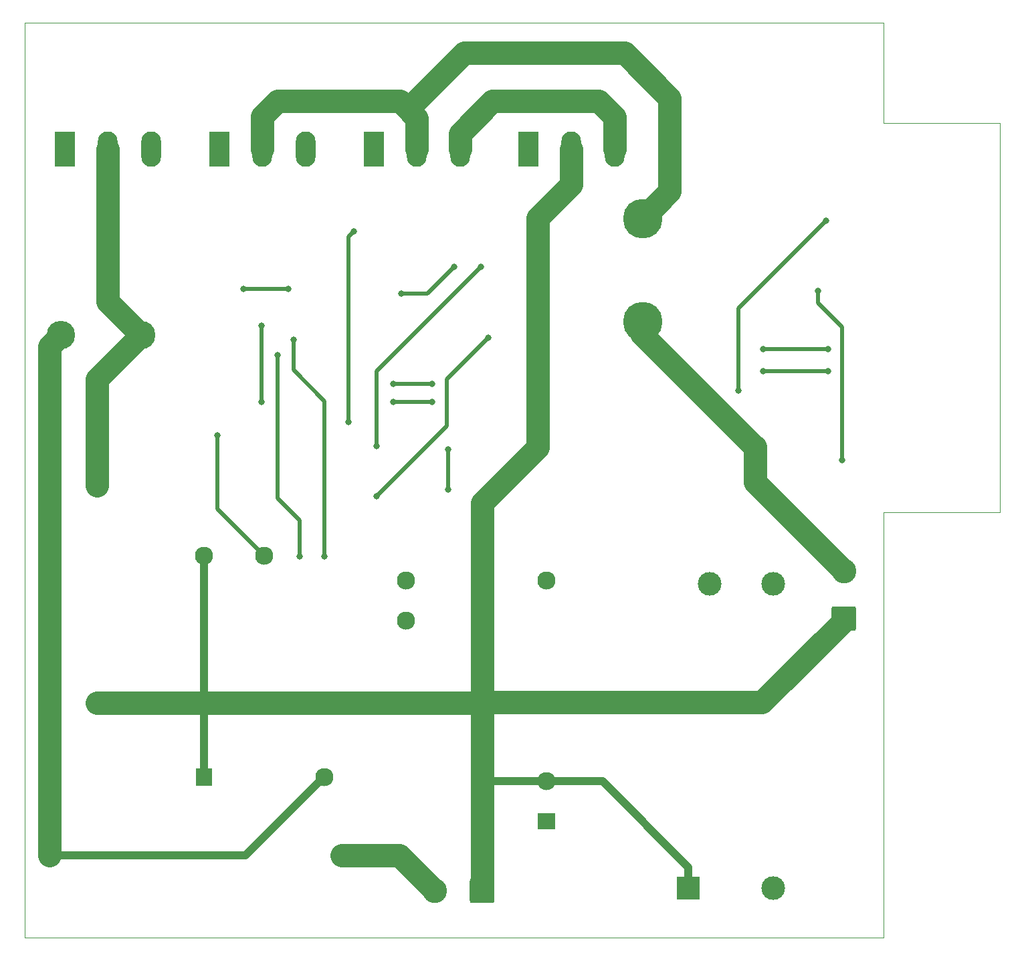
<source format=gbr>
%TF.GenerationSoftware,KiCad,Pcbnew,(5.1.7)-1*%
%TF.CreationDate,2020-12-23T12:42:28-08:00*%
%TF.ProjectId,Sine_Dimmer,53696e65-5f44-4696-9d6d-65722e6b6963,1.0*%
%TF.SameCoordinates,PX544c140PY8fe2f60*%
%TF.FileFunction,Copper,L2,Bot*%
%TF.FilePolarity,Positive*%
%FSLAX46Y46*%
G04 Gerber Fmt 4.6, Leading zero omitted, Abs format (unit mm)*
G04 Created by KiCad (PCBNEW (5.1.7)-1) date 2020-12-23 12:42:28*
%MOMM*%
%LPD*%
G01*
G04 APERTURE LIST*
%TA.AperFunction,Profile*%
%ADD10C,0.050000*%
%TD*%
%TA.AperFunction,ComponentPad*%
%ADD11O,2.500000X4.500000*%
%TD*%
%TA.AperFunction,ComponentPad*%
%ADD12R,2.500000X4.500000*%
%TD*%
%TA.AperFunction,ComponentPad*%
%ADD13C,2.300000*%
%TD*%
%TA.AperFunction,ComponentPad*%
%ADD14R,2.300000X2.000000*%
%TD*%
%TA.AperFunction,ComponentPad*%
%ADD15R,3.000000X3.000000*%
%TD*%
%TA.AperFunction,ComponentPad*%
%ADD16C,3.000000*%
%TD*%
%TA.AperFunction,ComponentPad*%
%ADD17R,2.000000X2.300000*%
%TD*%
%TA.AperFunction,ComponentPad*%
%ADD18C,5.000000*%
%TD*%
%TA.AperFunction,ComponentPad*%
%ADD19C,3.600000*%
%TD*%
%TA.AperFunction,ComponentPad*%
%ADD20C,3.100000*%
%TD*%
%TA.AperFunction,ComponentPad*%
%ADD21C,2.400000*%
%TD*%
%TA.AperFunction,ViaPad*%
%ADD22C,0.800000*%
%TD*%
%TA.AperFunction,Conductor*%
%ADD23C,0.500000*%
%TD*%
%TA.AperFunction,Conductor*%
%ADD24C,3.000000*%
%TD*%
%TA.AperFunction,Conductor*%
%ADD25C,1.000000*%
%TD*%
G04 APERTURE END LIST*
D10*
X0Y0D02*
X0Y115824000D01*
X108712000Y0D02*
X0Y0D01*
X108712000Y53848000D02*
X108712000Y0D01*
X108712000Y115824000D02*
X108712000Y103124000D01*
X0Y115824000D02*
X108712000Y115824000D01*
X123444000Y53848000D02*
X108712000Y53848000D01*
X123444000Y103124000D02*
X123444000Y53848000D01*
X108712000Y103124000D02*
X123444000Y103124000D01*
D11*
%TO.P,Q4,3*%
%TO.N,VSS*%
X74654000Y99822000D03*
%TO.P,Q4,2*%
%TO.N,NEUT*%
X69204000Y99822000D03*
D12*
%TO.P,Q4,1*%
%TO.N,Net-(Q4-Pad1)*%
X63754000Y99822000D03*
%TD*%
D11*
%TO.P,Q3,3*%
%TO.N,VSS*%
X55096000Y99822000D03*
%TO.P,Q3,2*%
%TO.N,Net-(C12-Pad1)*%
X49646000Y99822000D03*
D12*
%TO.P,Q3,1*%
%TO.N,Net-(Q3-Pad1)*%
X44196000Y99822000D03*
%TD*%
D11*
%TO.P,Q2,3*%
%TO.N,GND*%
X35538000Y99822000D03*
%TO.P,Q2,2*%
%TO.N,Net-(C12-Pad1)*%
X30088000Y99822000D03*
D12*
%TO.P,Q2,1*%
%TO.N,Net-(Q2-Pad1)*%
X24638000Y99822000D03*
%TD*%
D11*
%TO.P,Q1,3*%
%TO.N,GND*%
X15980000Y99822000D03*
%TO.P,Q1,2*%
%TO.N,Net-(C2-Pad1)*%
X10530000Y99822000D03*
D12*
%TO.P,Q1,1*%
%TO.N,Net-(Q1-Pad1)*%
X5080000Y99822000D03*
%TD*%
D13*
%TO.P,PS3,16*%
%TO.N,VDD*%
X48260000Y40132000D03*
%TO.P,PS3,14*%
%TO.N,VSS*%
X48260000Y45212000D03*
%TO.P,PS3,3*%
%TO.N,NEUT*%
X66040000Y19812000D03*
D14*
%TO.P,PS3,1*%
%TO.N,LINE*%
X66040000Y14732000D03*
D13*
%TO.P,PS3,5*%
%TO.N,Net-(PS3-Pad5)*%
X66040000Y45212000D03*
%TD*%
D15*
%TO.P,PS2,1*%
%TO.N,NEUT*%
X83991000Y6331000D03*
D16*
%TO.P,PS2,4*%
%TO.N,VCC*%
X86741000Y44831000D03*
%TO.P,PS2,2*%
%TO.N,LINE*%
X94741000Y6331000D03*
%TO.P,PS2,3*%
%TO.N,GND*%
X94741000Y44831000D03*
%TD*%
D13*
%TO.P,PS1,4*%
%TO.N,Net-(C1-Pad2)*%
X30333000Y48387000D03*
%TO.P,PS1,2*%
%TO.N,LINE*%
X37933000Y20387000D03*
D17*
%TO.P,PS1,1*%
%TO.N,NEUT*%
X22733000Y20387000D03*
D13*
%TO.P,PS1,3*%
X22733000Y48387000D03*
%TD*%
D18*
%TO.P,L2,1*%
%TO.N,Net-(C12-Pad1)*%
X78232000Y91059000D03*
%TO.P,L2,2*%
%TO.N,VPP*%
X78232000Y78059000D03*
%TD*%
D19*
%TO.P,L1,2*%
%TO.N,Net-(C2-Pad1)*%
X14732000Y76327000D03*
%TO.P,L1,1*%
%TO.N,LINE*%
X4572000Y76327000D03*
%TD*%
D20*
%TO.P,J2,2*%
%TO.N,VPP*%
X103695500Y46418500D03*
%TO.P,J2,1*%
%TO.N,NEUT*%
%TA.AperFunction,ComponentPad*%
G36*
G01*
X104995501Y38868500D02*
X102395499Y38868500D01*
G75*
G02*
X102145500Y39118499I0J249999D01*
G01*
X102145500Y41718501D01*
G75*
G02*
X102395499Y41968500I249999J0D01*
G01*
X104995501Y41968500D01*
G75*
G02*
X105245500Y41718501I0J-249999D01*
G01*
X105245500Y39118499D01*
G75*
G02*
X104995501Y38868500I-249999J0D01*
G01*
G37*
%TD.AperFunction*%
%TD*%
%TO.P,J1,2*%
%TO.N,Net-(F1-Pad2)*%
X51912000Y5969000D03*
%TO.P,J1,1*%
%TO.N,NEUT*%
%TA.AperFunction,ComponentPad*%
G36*
G01*
X59462000Y7269001D02*
X59462000Y4668999D01*
G75*
G02*
X59212001Y4419000I-249999J0D01*
G01*
X56611999Y4419000D01*
G75*
G02*
X56362000Y4668999I0J249999D01*
G01*
X56362000Y7269001D01*
G75*
G02*
X56611999Y7519000I249999J0D01*
G01*
X59212001Y7519000D01*
G75*
G02*
X59462000Y7269001I0J-249999D01*
G01*
G37*
%TD.AperFunction*%
%TD*%
D21*
%TO.P,F1,2*%
%TO.N,Net-(F1-Pad2)*%
X40132000Y10414000D03*
%TO.P,F1,1*%
%TO.N,LINE*%
X3132000Y10414000D03*
%TD*%
%TO.P,C13,2*%
%TO.N,NEUT*%
X64956000Y62103000D03*
%TO.P,C13,1*%
%TO.N,VPP*%
X92456000Y62103000D03*
%TD*%
%TO.P,C2,2*%
%TO.N,NEUT*%
X9144000Y29777000D03*
%TO.P,C2,1*%
%TO.N,Net-(C2-Pad1)*%
X9144000Y57277000D03*
%TD*%
D22*
%TO.N,Net-(C1-Pad2)*%
X24425000Y63586000D03*
%TO.N,VCC*%
X37973000Y48260000D03*
X27686000Y82169000D03*
X33401000Y82169000D03*
X34036000Y75692000D03*
X90360500Y69278500D03*
X101459000Y90830000D03*
%TO.N,GND*%
X34798000Y48260000D03*
X32004000Y73787000D03*
%TO.N,dis*%
X29972000Y77470000D03*
X29972000Y67818000D03*
X101727000Y71755000D03*
X93472000Y71755000D03*
X46672500Y67818000D03*
X51562000Y67818000D03*
%TO.N,pwm*%
X101727000Y74549000D03*
X93472000Y74549000D03*
X51562000Y70104000D03*
X46672500Y70104000D03*
%TO.N,NEUT*%
X64956000Y87943000D03*
%TO.N,VDD*%
X41021000Y65278000D03*
X41656000Y89408000D03*
X53594000Y61849000D03*
X53594000Y56769000D03*
%TO.N,Net-(C11-Pad1)*%
X100457000Y81915000D03*
X103505000Y60532000D03*
%TO.N,Net-(D3-Pad1)*%
X54356000Y84963000D03*
X47688500Y81597500D03*
%TO.N,rev*%
X44577000Y62230000D03*
X57785000Y84963000D03*
%TO.N,fwd*%
X44577000Y55880000D03*
X58674000Y75946000D03*
%TD*%
D23*
%TO.N,Net-(C1-Pad2)*%
X30333000Y48387000D02*
X24384000Y54336000D01*
X24384000Y63545000D02*
X24425000Y63586000D01*
X24384000Y54336000D02*
X24384000Y63545000D01*
%TO.N,VCC*%
X33401000Y82169000D02*
X27686000Y82169000D01*
X37973000Y48260000D02*
X37973000Y67945000D01*
X34036000Y71882000D02*
X34036000Y75692000D01*
X37973000Y67945000D02*
X34036000Y71882000D01*
X90360500Y79731500D02*
X101459000Y90830000D01*
X90360500Y69278500D02*
X90360500Y79731500D01*
%TO.N,GND*%
X32004000Y73787000D02*
X32004000Y55626000D01*
X34798000Y52832000D02*
X34798000Y48260000D01*
X32004000Y55626000D02*
X34798000Y52832000D01*
D24*
%TO.N,Net-(F1-Pad2)*%
X51912000Y5969000D02*
X47467000Y10414000D01*
X47467000Y10414000D02*
X40132000Y10414000D01*
D23*
%TO.N,dis*%
X101727000Y71755000D02*
X95250000Y71755000D01*
X95250000Y71755000D02*
X95250000Y71755000D01*
X29972000Y77470000D02*
X29972000Y67818000D01*
X95250000Y71755000D02*
X93472000Y71755000D01*
X51562000Y67818000D02*
X46672500Y67818000D01*
%TO.N,pwm*%
X101727000Y74549000D02*
X95250000Y74549000D01*
X95250000Y74549000D02*
X95250000Y74549000D01*
X95250000Y74549000D02*
X93472000Y74549000D01*
X46672500Y70104000D02*
X51562000Y70104000D01*
D24*
%TO.N,NEUT*%
X57912000Y5969000D02*
X57912000Y14478000D01*
X64956000Y62103000D02*
X57912000Y55059000D01*
X57785000Y29718000D02*
X57912000Y29845000D01*
X57912000Y55059000D02*
X57912000Y29845000D01*
D25*
X22733000Y20387000D02*
X22733000Y29718000D01*
D24*
X22733000Y29718000D02*
X57785000Y29718000D01*
X9144000Y29718000D02*
X22733000Y29718000D01*
D25*
X22733000Y48387000D02*
X22733000Y29718000D01*
X58166000Y19812000D02*
X57912000Y19558000D01*
X66040000Y19812000D02*
X58166000Y19812000D01*
D24*
X57912000Y19558000D02*
X57912000Y14478000D01*
X57912000Y29845000D02*
X57912000Y19558000D01*
D25*
X83991000Y6331000D02*
X83991000Y8973000D01*
X83991000Y8973000D02*
X73152000Y19812000D01*
X73152000Y19812000D02*
X66040000Y19812000D01*
D24*
X64956000Y62103000D02*
X64956000Y87943000D01*
X64956000Y91118000D02*
X69215000Y95377000D01*
X69215000Y95377000D02*
X69215000Y99885500D01*
X64956000Y87943000D02*
X64956000Y91118000D01*
X103695500Y40418500D02*
X103695500Y40195500D01*
X93345000Y29845000D02*
X57912000Y29845000D01*
X103695500Y40195500D02*
X93345000Y29845000D01*
%TO.N,Net-(C2-Pad1)*%
X14732000Y76327000D02*
X10541000Y80518000D01*
X10541000Y80518000D02*
X10541000Y99822000D01*
X14732000Y76327000D02*
X9144000Y70739000D01*
X9144000Y70739000D02*
X9144000Y57277000D01*
D23*
%TO.N,VDD*%
X41021000Y88773000D02*
X41656000Y89408000D01*
X41021000Y66675000D02*
X41021000Y88773000D01*
X41021000Y66675000D02*
X41021000Y65278000D01*
X53594000Y61849000D02*
X53594000Y56769000D01*
D24*
%TO.N,VSS*%
X55096000Y99822000D02*
X55096000Y101832000D01*
X55096000Y101832000D02*
X59182000Y105918000D01*
X59182000Y105918000D02*
X70358000Y105918000D01*
X70358000Y105918000D02*
X72644000Y105918000D01*
X72644000Y105918000D02*
X74676000Y103886000D01*
X74676000Y103886000D02*
X74676000Y99822000D01*
D23*
%TO.N,Net-(C11-Pad1)*%
X103505000Y60532000D02*
X103505000Y77343000D01*
X100457000Y80391000D02*
X100457000Y81915000D01*
X103505000Y77343000D02*
X100457000Y80391000D01*
D24*
%TO.N,Net-(C12-Pad1)*%
X30088000Y99822000D02*
X30088000Y104002000D01*
X30088000Y104002000D02*
X32004000Y105918000D01*
X32004000Y105918000D02*
X45720000Y105918000D01*
X45720000Y105918000D02*
X47498000Y105918000D01*
X49657000Y103759000D02*
X49657000Y99822000D01*
X78232000Y91059000D02*
X81661000Y94488000D01*
X81661000Y94488000D02*
X81661000Y106299000D01*
X81661000Y106299000D02*
X75946000Y112014000D01*
X55626000Y112014000D02*
X48514000Y104902000D01*
X75946000Y112014000D02*
X55626000Y112014000D01*
X48514000Y104902000D02*
X49657000Y103759000D01*
X47498000Y105918000D02*
X48514000Y104902000D01*
%TO.N,VPP*%
X92456000Y62103000D02*
X78105000Y76454000D01*
X78105000Y76454000D02*
X78105000Y77978000D01*
X103695500Y46418500D02*
X92456000Y57658000D01*
X92456000Y57658000D02*
X92456000Y62166500D01*
D23*
%TO.N,Net-(D3-Pad1)*%
X47688500Y81597500D02*
X50736500Y81597500D01*
X50990500Y81597500D02*
X50736500Y81597500D01*
X54356000Y84963000D02*
X50990500Y81597500D01*
%TO.N,rev*%
X44577000Y71755000D02*
X57785000Y84963000D01*
X44577000Y62230000D02*
X44577000Y71755000D01*
%TO.N,fwd*%
X53467000Y70739000D02*
X58674000Y75946000D01*
X53467000Y64770000D02*
X53467000Y70739000D01*
X44577000Y55880000D02*
X53467000Y64770000D01*
D24*
%TO.N,LINE*%
X3132000Y10414000D02*
X3132000Y74887000D01*
X3132000Y74887000D02*
X4572000Y76327000D01*
D25*
X3132000Y10414000D02*
X27940000Y10414000D01*
X27940000Y10414000D02*
X37973000Y20447000D01*
%TD*%
M02*

</source>
